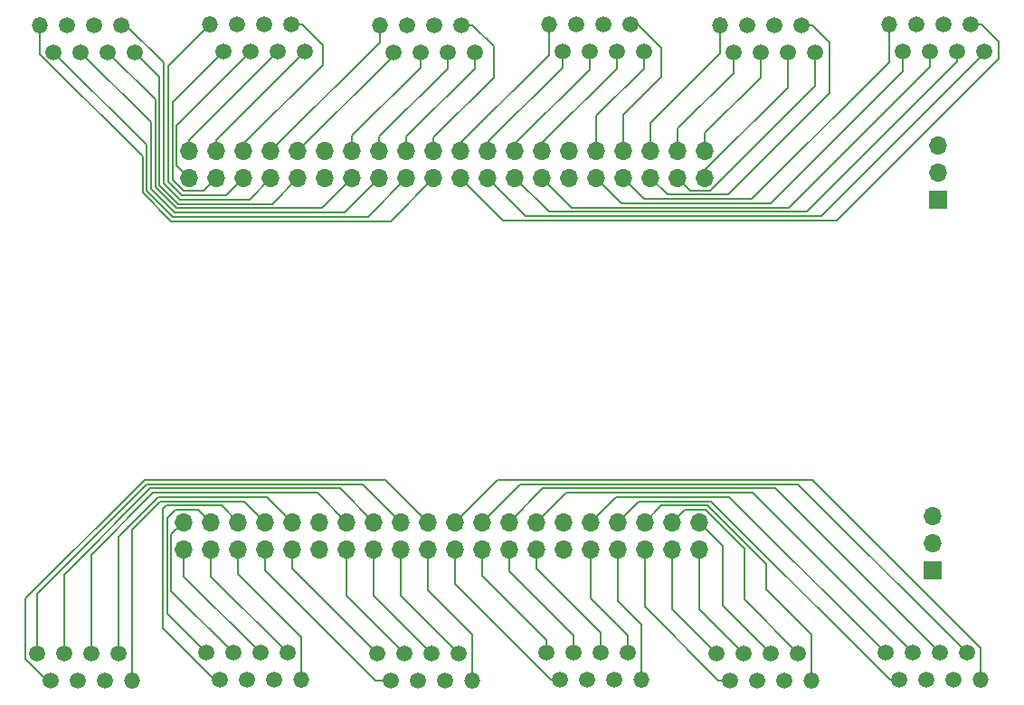
<source format=gbr>
%TF.GenerationSoftware,KiCad,Pcbnew,8.0.0*%
%TF.CreationDate,2024-05-23T14:56:36-05:00*%
%TF.ProjectId,antenna_connector,616e7465-6e6e-4615-9f63-6f6e6e656374,rev?*%
%TF.SameCoordinates,Original*%
%TF.FileFunction,Copper,L1,Top*%
%TF.FilePolarity,Positive*%
%FSLAX46Y46*%
G04 Gerber Fmt 4.6, Leading zero omitted, Abs format (unit mm)*
G04 Created by KiCad (PCBNEW 8.0.0) date 2024-05-23 14:56:36*
%MOMM*%
%LPD*%
G01*
G04 APERTURE LIST*
%TA.AperFunction,ComponentPad*%
%ADD10O,1.700000X1.700000*%
%TD*%
%TA.AperFunction,ComponentPad*%
%ADD11R,1.700000X1.700000*%
%TD*%
%TA.AperFunction,ComponentPad*%
%ADD12O,1.500000X1.500000*%
%TD*%
%TA.AperFunction,ComponentPad*%
%ADD13C,1.500000*%
%TD*%
%TA.AperFunction,Conductor*%
%ADD14C,0.200000*%
%TD*%
G04 APERTURE END LIST*
D10*
%TO.P,REF\u002A\u002A,1*%
%TO.N,d2*%
X112640000Y-117520000D03*
%TO.P,REF\u002A\u002A,2*%
%TO.N,d1*%
X112640000Y-114980000D03*
%TO.P,REF\u002A\u002A,3*%
%TO.N,clk*%
X115180000Y-117520000D03*
%TO.P,REF\u002A\u002A,4*%
%TO.N,ws*%
X115180000Y-114980000D03*
%TO.P,REF\u002A\u002A,5*%
%TO.N,d4*%
X117720000Y-117520000D03*
%TO.P,REF\u002A\u002A,6*%
%TO.N,d3*%
X117720000Y-114980000D03*
%TO.P,REF\u002A\u002A,7*%
X120260000Y-117520000D03*
%TO.P,REF\u002A\u002A,8*%
%TO.N,d4*%
X120260000Y-114980000D03*
%TO.P,REF\u002A\u002A,9*%
%TO.N,ws*%
X122800000Y-117520000D03*
%TO.P,REF\u002A\u002A,10*%
%TO.N,clk*%
X122800000Y-114980000D03*
%TO.P,REF\u002A\u002A,11*%
%TO.N,5V*%
X125340000Y-117520000D03*
%TO.P,REF\u002A\u002A,12*%
%TO.N,gnd*%
X125340000Y-114980000D03*
%TO.P,REF\u002A\u002A,13*%
%TO.N,d1*%
X127880000Y-117520000D03*
%TO.P,REF\u002A\u002A,14*%
%TO.N,d2*%
X127880000Y-114980000D03*
%TO.P,REF\u002A\u002A,15*%
X130420000Y-117520000D03*
%TO.P,REF\u002A\u002A,16*%
%TO.N,d1*%
X130420000Y-114980000D03*
%TO.P,REF\u002A\u002A,17*%
%TO.N,clk*%
X132960000Y-117520000D03*
%TO.P,REF\u002A\u002A,18*%
%TO.N,ws*%
X132960000Y-114980000D03*
%TO.P,REF\u002A\u002A,19*%
%TO.N,d4*%
X135500000Y-117520000D03*
%TO.P,REF\u002A\u002A,20*%
%TO.N,d3*%
X135500000Y-114980000D03*
%TO.P,REF\u002A\u002A,21*%
X138040000Y-117520000D03*
%TO.P,REF\u002A\u002A,22*%
%TO.N,d4*%
X138040000Y-114980000D03*
%TO.P,REF\u002A\u002A,23*%
%TO.N,ws*%
X140580000Y-117520000D03*
%TO.P,REF\u002A\u002A,24*%
%TO.N,clk*%
X140580000Y-114980000D03*
%TO.P,REF\u002A\u002A,25*%
%TO.N,d1*%
X143120000Y-117520000D03*
%TO.P,REF\u002A\u002A,26*%
%TO.N,d2*%
X143120000Y-114980000D03*
%TO.P,REF\u002A\u002A,27*%
X145660000Y-117520000D03*
%TO.P,REF\u002A\u002A,28*%
%TO.N,d1*%
X145660000Y-114980000D03*
%TO.P,REF\u002A\u002A,29*%
%TO.N,N/C*%
X148200000Y-117520000D03*
%TO.P,REF\u002A\u002A,30*%
%TO.N,gnd*%
X148200000Y-114980000D03*
%TO.P,REF\u002A\u002A,31*%
%TO.N,clk*%
X150740000Y-117520000D03*
%TO.P,REF\u002A\u002A,32*%
%TO.N,ws*%
X150740000Y-114980000D03*
%TO.P,REF\u002A\u002A,33*%
%TO.N,d4*%
X153280000Y-117520000D03*
%TO.P,REF\u002A\u002A,34*%
%TO.N,d3*%
X153280000Y-114980000D03*
%TO.P,REF\u002A\u002A,35*%
X155820000Y-117520000D03*
%TO.P,REF\u002A\u002A,36*%
%TO.N,d4*%
X155820000Y-114980000D03*
%TO.P,REF\u002A\u002A,37*%
%TO.N,ws*%
X158360000Y-117520000D03*
%TO.P,REF\u002A\u002A,38*%
%TO.N,clk*%
X158360000Y-114980000D03*
%TO.P,REF\u002A\u002A,39*%
%TO.N,d1*%
X160900000Y-117520000D03*
%TO.P,REF\u002A\u002A,40*%
%TO.N,d2*%
X160900000Y-114980000D03*
%TD*%
%TO.P,REF\u002A\u002A,1*%
%TO.N,d2*%
X113180000Y-82760000D03*
%TO.P,REF\u002A\u002A,2*%
%TO.N,d1*%
X113180000Y-80220000D03*
%TO.P,REF\u002A\u002A,3*%
%TO.N,clk*%
X115720000Y-82760000D03*
%TO.P,REF\u002A\u002A,4*%
%TO.N,ws*%
X115720000Y-80220000D03*
%TO.P,REF\u002A\u002A,5*%
%TO.N,d4*%
X118260000Y-82760000D03*
%TO.P,REF\u002A\u002A,6*%
%TO.N,d3*%
X118260000Y-80220000D03*
%TO.P,REF\u002A\u002A,7*%
X120800000Y-82760000D03*
%TO.P,REF\u002A\u002A,8*%
%TO.N,d4*%
X120800000Y-80220000D03*
%TO.P,REF\u002A\u002A,9*%
%TO.N,ws*%
X123340000Y-82760000D03*
%TO.P,REF\u002A\u002A,10*%
%TO.N,clk*%
X123340000Y-80220000D03*
%TO.P,REF\u002A\u002A,11*%
%TO.N,5V*%
X125880000Y-82760000D03*
%TO.P,REF\u002A\u002A,12*%
%TO.N,gnd*%
X125880000Y-80220000D03*
%TO.P,REF\u002A\u002A,13*%
%TO.N,d1*%
X128420000Y-82760000D03*
%TO.P,REF\u002A\u002A,14*%
%TO.N,d2*%
X128420000Y-80220000D03*
%TO.P,REF\u002A\u002A,15*%
X130960000Y-82760000D03*
%TO.P,REF\u002A\u002A,16*%
%TO.N,d1*%
X130960000Y-80220000D03*
%TO.P,REF\u002A\u002A,17*%
%TO.N,clk*%
X133500000Y-82760000D03*
%TO.P,REF\u002A\u002A,18*%
%TO.N,ws*%
X133500000Y-80220000D03*
%TO.P,REF\u002A\u002A,19*%
%TO.N,d4*%
X136040000Y-82760000D03*
%TO.P,REF\u002A\u002A,20*%
%TO.N,d3*%
X136040000Y-80220000D03*
%TO.P,REF\u002A\u002A,21*%
X138580000Y-82760000D03*
%TO.P,REF\u002A\u002A,22*%
%TO.N,d4*%
X138580000Y-80220000D03*
%TO.P,REF\u002A\u002A,23*%
%TO.N,ws*%
X141120000Y-82760000D03*
%TO.P,REF\u002A\u002A,24*%
%TO.N,clk*%
X141120000Y-80220000D03*
%TO.P,REF\u002A\u002A,25*%
%TO.N,d1*%
X143660000Y-82760000D03*
%TO.P,REF\u002A\u002A,26*%
%TO.N,d2*%
X143660000Y-80220000D03*
%TO.P,REF\u002A\u002A,27*%
X146200000Y-82760000D03*
%TO.P,REF\u002A\u002A,28*%
%TO.N,d1*%
X146200000Y-80220000D03*
%TO.P,REF\u002A\u002A,29*%
%TO.N,N/C*%
X148740000Y-82760000D03*
%TO.P,REF\u002A\u002A,30*%
%TO.N,gnd*%
X148740000Y-80220000D03*
%TO.P,REF\u002A\u002A,31*%
%TO.N,clk*%
X151280000Y-82760000D03*
%TO.P,REF\u002A\u002A,32*%
%TO.N,ws*%
X151280000Y-80220000D03*
%TO.P,REF\u002A\u002A,33*%
%TO.N,d4*%
X153820000Y-82760000D03*
%TO.P,REF\u002A\u002A,34*%
%TO.N,d3*%
X153820000Y-80220000D03*
%TO.P,REF\u002A\u002A,35*%
X156360000Y-82760000D03*
%TO.P,REF\u002A\u002A,36*%
%TO.N,d4*%
X156360000Y-80220000D03*
%TO.P,REF\u002A\u002A,37*%
%TO.N,ws*%
X158900000Y-82760000D03*
%TO.P,REF\u002A\u002A,38*%
%TO.N,clk*%
X158900000Y-80220000D03*
%TO.P,REF\u002A\u002A,39*%
%TO.N,d1*%
X161440000Y-82760000D03*
%TO.P,REF\u002A\u002A,40*%
%TO.N,d2*%
X161440000Y-80220000D03*
%TD*%
D11*
%TO.P,REF\u002A\u002A,1*%
%TO.N,gnd*%
X182728494Y-119510000D03*
D10*
%TO.P,REF\u002A\u002A,2*%
%TO.N,pwr*%
X182728494Y-116970000D03*
%TO.P,REF\u002A\u002A,3*%
%TO.N,5V*%
X182728494Y-114430000D03*
%TD*%
D11*
%TO.P,REF\u002A\u002A,1*%
%TO.N,gnd*%
X183268494Y-84750000D03*
D10*
%TO.P,REF\u002A\u002A,2*%
%TO.N,pwr*%
X183268494Y-82210000D03*
%TO.P,REF\u002A\u002A,3*%
%TO.N,5V*%
X183268494Y-79670000D03*
%TD*%
D12*
%TO.P,REF\u002A\u002A,1*%
%TO.N,d4*%
X178660000Y-68390000D03*
D13*
%TO.P,REF\u002A\u002A,2*%
%TO.N,clk*%
X179930000Y-70930000D03*
%TO.P,REF\u002A\u002A,3*%
%TO.N,gnd*%
X181200000Y-68390000D03*
%TO.P,REF\u002A\u002A,4*%
%TO.N,d2*%
X182470000Y-70930000D03*
%TO.P,REF\u002A\u002A,5*%
%TO.N,pwr*%
X183740000Y-68390000D03*
%TO.P,REF\u002A\u002A,6*%
%TO.N,d1*%
X185010000Y-70930000D03*
%TO.P,REF\u002A\u002A,7*%
%TO.N,d3*%
X186280000Y-68390000D03*
%TO.P,REF\u002A\u002A,8*%
%TO.N,ws*%
X187550000Y-70930000D03*
%TD*%
D12*
%TO.P,REF\u002A\u002A,1*%
%TO.N,d4*%
X187215000Y-129765000D03*
D13*
%TO.P,REF\u002A\u002A,2*%
%TO.N,clk*%
X185945000Y-127225000D03*
%TO.P,REF\u002A\u002A,3*%
%TO.N,gnd*%
X184675000Y-129765000D03*
%TO.P,REF\u002A\u002A,4*%
%TO.N,d2*%
X183405000Y-127225000D03*
%TO.P,REF\u002A\u002A,5*%
%TO.N,pwr*%
X182135000Y-129765000D03*
%TO.P,REF\u002A\u002A,6*%
%TO.N,d1*%
X180865000Y-127225000D03*
%TO.P,REF\u002A\u002A,7*%
%TO.N,d3*%
X179595000Y-129765000D03*
%TO.P,REF\u002A\u002A,8*%
%TO.N,ws*%
X178325000Y-127225000D03*
%TD*%
D12*
%TO.P,REF\u002A\u002A,1*%
%TO.N,d4*%
X99215000Y-68415000D03*
D13*
%TO.P,REF\u002A\u002A,2*%
%TO.N,clk*%
X100485000Y-70955000D03*
%TO.P,REF\u002A\u002A,3*%
%TO.N,gnd*%
X101755000Y-68415000D03*
%TO.P,REF\u002A\u002A,4*%
%TO.N,d2*%
X103025000Y-70955000D03*
%TO.P,REF\u002A\u002A,5*%
%TO.N,pwr*%
X104295000Y-68415000D03*
%TO.P,REF\u002A\u002A,6*%
%TO.N,d1*%
X105565000Y-70955000D03*
%TO.P,REF\u002A\u002A,7*%
%TO.N,d3*%
X106835000Y-68415000D03*
%TO.P,REF\u002A\u002A,8*%
%TO.N,ws*%
X108105000Y-70955000D03*
%TD*%
D12*
%TO.P,REF\u002A\u002A,1*%
%TO.N,d4*%
X162815000Y-68415000D03*
D13*
%TO.P,REF\u002A\u002A,2*%
%TO.N,clk*%
X164085000Y-70955000D03*
%TO.P,REF\u002A\u002A,3*%
%TO.N,gnd*%
X165355000Y-68415000D03*
%TO.P,REF\u002A\u002A,4*%
%TO.N,d2*%
X166625000Y-70955000D03*
%TO.P,REF\u002A\u002A,5*%
%TO.N,pwr*%
X167895000Y-68415000D03*
%TO.P,REF\u002A\u002A,6*%
%TO.N,d1*%
X169165000Y-70955000D03*
%TO.P,REF\u002A\u002A,7*%
%TO.N,d3*%
X170435000Y-68415000D03*
%TO.P,REF\u002A\u002A,8*%
%TO.N,ws*%
X171705000Y-70955000D03*
%TD*%
D12*
%TO.P,REF\u002A\u002A,1*%
%TO.N,d4*%
X115060000Y-68390000D03*
D13*
%TO.P,REF\u002A\u002A,2*%
%TO.N,clk*%
X116330000Y-70930000D03*
%TO.P,REF\u002A\u002A,3*%
%TO.N,gnd*%
X117600000Y-68390000D03*
%TO.P,REF\u002A\u002A,4*%
%TO.N,d2*%
X118870000Y-70930000D03*
%TO.P,REF\u002A\u002A,5*%
%TO.N,pwr*%
X120140000Y-68390000D03*
%TO.P,REF\u002A\u002A,6*%
%TO.N,d1*%
X121410000Y-70930000D03*
%TO.P,REF\u002A\u002A,7*%
%TO.N,d3*%
X122680000Y-68390000D03*
%TO.P,REF\u002A\u002A,8*%
%TO.N,ws*%
X123950000Y-70930000D03*
%TD*%
D12*
%TO.P,REF\u002A\u002A,1*%
%TO.N,d4*%
X171370000Y-129790000D03*
D13*
%TO.P,REF\u002A\u002A,2*%
%TO.N,clk*%
X170100000Y-127250000D03*
%TO.P,REF\u002A\u002A,3*%
%TO.N,gnd*%
X168830000Y-129790000D03*
%TO.P,REF\u002A\u002A,4*%
%TO.N,d2*%
X167560000Y-127250000D03*
%TO.P,REF\u002A\u002A,5*%
%TO.N,pwr*%
X166290000Y-129790000D03*
%TO.P,REF\u002A\u002A,6*%
%TO.N,d1*%
X165020000Y-127250000D03*
%TO.P,REF\u002A\u002A,7*%
%TO.N,d3*%
X163750000Y-129790000D03*
%TO.P,REF\u002A\u002A,8*%
%TO.N,ws*%
X162480000Y-127250000D03*
%TD*%
D12*
%TO.P,REF\u002A\u002A,1*%
%TO.N,d4*%
X146815000Y-68390000D03*
D13*
%TO.P,REF\u002A\u002A,2*%
%TO.N,clk*%
X148085000Y-70930000D03*
%TO.P,REF\u002A\u002A,3*%
%TO.N,gnd*%
X149355000Y-68390000D03*
%TO.P,REF\u002A\u002A,4*%
%TO.N,d2*%
X150625000Y-70930000D03*
%TO.P,REF\u002A\u002A,5*%
%TO.N,pwr*%
X151895000Y-68390000D03*
%TO.P,REF\u002A\u002A,6*%
%TO.N,d1*%
X153165000Y-70930000D03*
%TO.P,REF\u002A\u002A,7*%
%TO.N,d3*%
X154435000Y-68390000D03*
%TO.P,REF\u002A\u002A,8*%
%TO.N,ws*%
X155705000Y-70930000D03*
%TD*%
D12*
%TO.P,REF\u002A\u002A,1*%
%TO.N,d4*%
X123615000Y-129765000D03*
D13*
%TO.P,REF\u002A\u002A,2*%
%TO.N,clk*%
X122345000Y-127225000D03*
%TO.P,REF\u002A\u002A,3*%
%TO.N,gnd*%
X121075000Y-129765000D03*
%TO.P,REF\u002A\u002A,4*%
%TO.N,d2*%
X119805000Y-127225000D03*
%TO.P,REF\u002A\u002A,5*%
%TO.N,pwr*%
X118535000Y-129765000D03*
%TO.P,REF\u002A\u002A,6*%
%TO.N,d1*%
X117265000Y-127225000D03*
%TO.P,REF\u002A\u002A,7*%
%TO.N,d3*%
X115995000Y-129765000D03*
%TO.P,REF\u002A\u002A,8*%
%TO.N,ws*%
X114725000Y-127225000D03*
%TD*%
D12*
%TO.P,REF\u002A\u002A,1*%
%TO.N,d4*%
X155460000Y-129765000D03*
D13*
%TO.P,REF\u002A\u002A,2*%
%TO.N,clk*%
X154190000Y-127225000D03*
%TO.P,REF\u002A\u002A,3*%
%TO.N,gnd*%
X152920000Y-129765000D03*
%TO.P,REF\u002A\u002A,4*%
%TO.N,d2*%
X151650000Y-127225000D03*
%TO.P,REF\u002A\u002A,5*%
%TO.N,pwr*%
X150380000Y-129765000D03*
%TO.P,REF\u002A\u002A,6*%
%TO.N,d1*%
X149110000Y-127225000D03*
%TO.P,REF\u002A\u002A,7*%
%TO.N,d3*%
X147840000Y-129765000D03*
%TO.P,REF\u002A\u002A,8*%
%TO.N,ws*%
X146570000Y-127225000D03*
%TD*%
D12*
%TO.P,REF\u002A\u002A,1*%
%TO.N,d4*%
X107770000Y-129790000D03*
D13*
%TO.P,REF\u002A\u002A,2*%
%TO.N,clk*%
X106500000Y-127250000D03*
%TO.P,REF\u002A\u002A,3*%
%TO.N,gnd*%
X105230000Y-129790000D03*
%TO.P,REF\u002A\u002A,4*%
%TO.N,d2*%
X103960000Y-127250000D03*
%TO.P,REF\u002A\u002A,5*%
%TO.N,pwr*%
X102690000Y-129790000D03*
%TO.P,REF\u002A\u002A,6*%
%TO.N,d1*%
X101420000Y-127250000D03*
%TO.P,REF\u002A\u002A,7*%
%TO.N,d3*%
X100150000Y-129790000D03*
%TO.P,REF\u002A\u002A,8*%
%TO.N,ws*%
X98880000Y-127250000D03*
%TD*%
D12*
%TO.P,REF\u002A\u002A,1*%
%TO.N,d4*%
X139615000Y-129790000D03*
D13*
%TO.P,REF\u002A\u002A,2*%
%TO.N,clk*%
X138345000Y-127250000D03*
%TO.P,REF\u002A\u002A,3*%
%TO.N,gnd*%
X137075000Y-129790000D03*
%TO.P,REF\u002A\u002A,4*%
%TO.N,d2*%
X135805000Y-127250000D03*
%TO.P,REF\u002A\u002A,5*%
%TO.N,pwr*%
X134535000Y-129790000D03*
%TO.P,REF\u002A\u002A,6*%
%TO.N,d1*%
X133265000Y-127250000D03*
%TO.P,REF\u002A\u002A,7*%
%TO.N,d3*%
X131995000Y-129790000D03*
%TO.P,REF\u002A\u002A,8*%
%TO.N,ws*%
X130725000Y-127250000D03*
%TD*%
D12*
%TO.P,REF\u002A\u002A,1*%
%TO.N,d4*%
X130970000Y-68415000D03*
D13*
%TO.P,REF\u002A\u002A,2*%
%TO.N,clk*%
X132240000Y-70955000D03*
%TO.P,REF\u002A\u002A,3*%
%TO.N,gnd*%
X133510000Y-68415000D03*
%TO.P,REF\u002A\u002A,4*%
%TO.N,d2*%
X134780000Y-70955000D03*
%TO.P,REF\u002A\u002A,5*%
%TO.N,pwr*%
X136050000Y-68415000D03*
%TO.P,REF\u002A\u002A,6*%
%TO.N,d1*%
X137320000Y-70955000D03*
%TO.P,REF\u002A\u002A,7*%
%TO.N,d3*%
X138590000Y-68415000D03*
%TO.P,REF\u002A\u002A,8*%
%TO.N,ws*%
X139860000Y-70955000D03*
%TD*%
D14*
%TO.N,d1*%
X109990000Y-75380000D02*
X109990000Y-83602744D01*
X146200000Y-79490000D02*
X146200000Y-80220000D01*
X121410000Y-70930000D02*
X113180000Y-79160000D01*
X161440000Y-81970000D02*
X169165000Y-74245000D01*
X165870000Y-112230000D02*
X180865000Y-127225000D01*
X170940000Y-85910000D02*
X146810000Y-85910000D01*
X146810000Y-85910000D02*
X143660000Y-82760000D01*
X127270000Y-111830000D02*
X109490000Y-111830000D01*
X111967258Y-85580000D02*
X125600000Y-85580000D01*
X149110000Y-125580000D02*
X149110000Y-127225000D01*
X127880000Y-121865000D02*
X133265000Y-127250000D01*
X153165000Y-72525000D02*
X146200000Y-79490000D01*
X127880000Y-117520000D02*
X127880000Y-121865000D01*
X101420000Y-119900000D02*
X101420000Y-127250000D01*
X111490000Y-121450000D02*
X117265000Y-127225000D01*
X111490000Y-116130000D02*
X111490000Y-121450000D01*
X153165000Y-70930000D02*
X153165000Y-72525000D01*
X130960000Y-80220000D02*
X130960000Y-78840000D01*
X113180000Y-79160000D02*
X113180000Y-80220000D01*
X130420000Y-114980000D02*
X127270000Y-111830000D01*
X105565000Y-70955000D02*
X109990000Y-75380000D01*
X112640000Y-114980000D02*
X111490000Y-116130000D01*
X185010000Y-71840000D02*
X170940000Y-85910000D01*
X160900000Y-117520000D02*
X160900000Y-123130000D01*
X109990000Y-83602744D02*
X111967258Y-85580000D01*
X137320000Y-72480000D02*
X137320000Y-70955000D01*
X143120000Y-119590000D02*
X149110000Y-125580000D01*
X145660000Y-114980000D02*
X148410000Y-112230000D01*
X125600000Y-85580000D02*
X128420000Y-82760000D01*
X161440000Y-82760000D02*
X161440000Y-81970000D01*
X185010000Y-70930000D02*
X185010000Y-71840000D01*
X160900000Y-123130000D02*
X165020000Y-127250000D01*
X169165000Y-74245000D02*
X169165000Y-70955000D01*
X148410000Y-112230000D02*
X165870000Y-112230000D01*
X143120000Y-117520000D02*
X143120000Y-119590000D01*
X109490000Y-111830000D02*
X101420000Y-119900000D01*
X130960000Y-78840000D02*
X137320000Y-72480000D01*
%TO.N,ws*%
X172350000Y-86310000D02*
X144670000Y-86310000D01*
X158900000Y-82760000D02*
X160050000Y-83910000D01*
X132960000Y-114980000D02*
X129410000Y-111430000D01*
X187550000Y-71110000D02*
X172350000Y-86310000D01*
X111090000Y-123590000D02*
X114725000Y-127225000D01*
X146570000Y-126030000D02*
X146570000Y-127225000D01*
X140580000Y-120040000D02*
X146570000Y-126030000D01*
X155705000Y-72525000D02*
X155705000Y-70930000D01*
X115180000Y-114980000D02*
X114030000Y-113830000D01*
X112132943Y-85180000D02*
X120920000Y-85180000D01*
X122800000Y-117520000D02*
X122800000Y-119325000D01*
X140580000Y-117520000D02*
X140580000Y-120040000D01*
X153090000Y-112630000D02*
X163730000Y-112630000D01*
X158340000Y-117540000D02*
X158340000Y-123110000D01*
X139860000Y-72510000D02*
X139860000Y-70955000D01*
X122800000Y-119325000D02*
X130725000Y-127250000D01*
X108105000Y-70955000D02*
X110390000Y-73240000D01*
X151280000Y-80220000D02*
X151280000Y-76950000D01*
X133500000Y-80220000D02*
X133500000Y-78870000D01*
X158360000Y-117520000D02*
X158340000Y-117540000D01*
X187550000Y-70930000D02*
X187550000Y-71110000D01*
X158340000Y-123110000D02*
X162480000Y-127250000D01*
X171705000Y-74121346D02*
X171705000Y-70955000D01*
X115720000Y-79160000D02*
X115720000Y-80220000D01*
X160050000Y-83910000D02*
X161916346Y-83910000D01*
X150740000Y-114980000D02*
X153090000Y-112630000D01*
X161916346Y-83910000D02*
X171705000Y-74121346D01*
X123950000Y-70930000D02*
X115720000Y-79160000D01*
X111090000Y-114610000D02*
X111090000Y-123590000D01*
X120920000Y-85180000D02*
X123340000Y-82760000D01*
X133500000Y-78870000D02*
X139860000Y-72510000D01*
X163730000Y-112630000D02*
X178325000Y-127225000D01*
X129410000Y-111430000D02*
X109130000Y-111430000D01*
X110390000Y-83437058D02*
X112132943Y-85180000D01*
X110390000Y-73240000D02*
X110390000Y-83437058D01*
X109130000Y-111430000D02*
X98880000Y-121680000D01*
X98880000Y-121680000D02*
X98880000Y-127250000D01*
X151280000Y-76950000D02*
X155705000Y-72525000D01*
X114030000Y-113830000D02*
X111870000Y-113830000D01*
X144670000Y-86310000D02*
X141120000Y-82760000D01*
X111870000Y-113830000D02*
X111090000Y-114610000D01*
%TO.N,d2*%
X168010000Y-111830000D02*
X183405000Y-127225000D01*
X145660000Y-119320000D02*
X151650000Y-125310000D01*
X103960000Y-118040000D02*
X103960000Y-127250000D01*
X169280000Y-85510000D02*
X148950000Y-85510000D01*
X151650000Y-125310000D02*
X151650000Y-127225000D01*
X128420000Y-78760000D02*
X134780000Y-72400000D01*
X125130000Y-112230000D02*
X109770000Y-112230000D01*
X134780000Y-72400000D02*
X134780000Y-70955000D01*
X160900000Y-114980000D02*
X160900000Y-115040000D01*
X160900000Y-115040000D02*
X163080000Y-117220000D01*
X163080000Y-117220000D02*
X163080000Y-122770000D01*
X118870000Y-70930000D02*
X111990000Y-77810000D01*
X148950000Y-85510000D02*
X146200000Y-82760000D01*
X143660000Y-79570000D02*
X143660000Y-80220000D01*
X161440000Y-80220000D02*
X161440000Y-78530000D01*
X163080000Y-122770000D02*
X167560000Y-127250000D01*
X109770000Y-112230000D02*
X103960000Y-118040000D01*
X109590000Y-83768430D02*
X111801573Y-85980000D01*
X182470000Y-72320000D02*
X169280000Y-85510000D01*
X146270000Y-111830000D02*
X168010000Y-111830000D01*
X150625000Y-72605000D02*
X143660000Y-79570000D01*
X145660000Y-117520000D02*
X145660000Y-119320000D01*
X150625000Y-70930000D02*
X150625000Y-72605000D01*
X127880000Y-114980000D02*
X125130000Y-112230000D01*
X130420000Y-121865000D02*
X135805000Y-127250000D01*
X112640000Y-117520000D02*
X112640000Y-120060000D01*
X143120000Y-114980000D02*
X146270000Y-111830000D01*
X111990000Y-77810000D02*
X111990000Y-81570000D01*
X111990000Y-81570000D02*
X113180000Y-82760000D01*
X182470000Y-70930000D02*
X182470000Y-72320000D01*
X103025000Y-70955000D02*
X109590000Y-77520000D01*
X128420000Y-80220000D02*
X128420000Y-78760000D01*
X130420000Y-117520000D02*
X130420000Y-121865000D01*
X109590000Y-77520000D02*
X109590000Y-83768430D01*
X166625000Y-73345000D02*
X166625000Y-70955000D01*
X111801573Y-85980000D02*
X127740000Y-85980000D01*
X127740000Y-85980000D02*
X130960000Y-82760000D01*
X112640000Y-120060000D02*
X119805000Y-127225000D01*
X161440000Y-78530000D02*
X166625000Y-73345000D01*
%TO.N,d4*%
X139610000Y-129785000D02*
X139615000Y-129790000D01*
X99215000Y-71169925D02*
X108790000Y-80744925D01*
X111470203Y-86780000D02*
X132020000Y-86780000D01*
X111190000Y-83105686D02*
X112464314Y-84380000D01*
X155770000Y-84710000D02*
X165840000Y-84710000D01*
X139610000Y-125500000D02*
X139610000Y-129785000D01*
X123615000Y-125735000D02*
X123615000Y-129765000D01*
X156360000Y-80220000D02*
X156360000Y-77560000D01*
X171450000Y-111030000D02*
X187215000Y-126795000D01*
X116640000Y-84380000D02*
X118260000Y-82760000D01*
X138040000Y-114980000D02*
X141990000Y-111030000D01*
X155820000Y-114980000D02*
X157370000Y-113430000D01*
X156360000Y-77560000D02*
X162815000Y-71105000D01*
X135500000Y-117520000D02*
X135500000Y-121390000D01*
X153280000Y-117520000D02*
X153280000Y-122400000D01*
X155460000Y-124580000D02*
X155460000Y-129765000D01*
X141990000Y-111030000D02*
X171450000Y-111030000D01*
X157370000Y-113430000D02*
X161645686Y-113430000D01*
X111190000Y-72260000D02*
X111190000Y-83105686D01*
X108790000Y-80744925D02*
X108790000Y-84099798D01*
X161645686Y-113430000D02*
X167140000Y-118924314D01*
X178660000Y-71890000D02*
X178660000Y-68390000D01*
X146815000Y-71245000D02*
X138580000Y-79480000D01*
X130970000Y-70050000D02*
X130970000Y-68415000D01*
X153280000Y-122400000D02*
X155460000Y-124580000D01*
X132020000Y-86780000D02*
X136040000Y-82760000D01*
X162815000Y-71105000D02*
X162815000Y-68415000D01*
X135500000Y-121390000D02*
X139610000Y-125500000D01*
X165840000Y-84710000D02*
X178660000Y-71890000D01*
X171370000Y-125480000D02*
X171370000Y-129790000D01*
X118310000Y-113030000D02*
X110460000Y-113030000D01*
X110460000Y-113030000D02*
X107770000Y-115720000D01*
X120800000Y-80220000D02*
X130970000Y-70050000D01*
X167140000Y-121250000D02*
X171370000Y-125480000D01*
X120260000Y-114980000D02*
X118310000Y-113030000D01*
X117720000Y-117520000D02*
X117720000Y-119840000D01*
X112464314Y-84380000D02*
X116640000Y-84380000D01*
X115060000Y-68390000D02*
X111190000Y-72260000D01*
X146815000Y-68390000D02*
X146815000Y-71245000D01*
X117720000Y-119840000D02*
X123615000Y-125735000D01*
X187215000Y-126795000D02*
X187215000Y-129765000D01*
X138580000Y-79480000D02*
X138580000Y-80220000D01*
X153820000Y-82760000D02*
X155770000Y-84710000D01*
X108790000Y-84099798D02*
X111470203Y-86780000D01*
X107770000Y-115720000D02*
X107770000Y-129790000D01*
X99215000Y-68415000D02*
X99215000Y-71169925D01*
X167140000Y-118924314D02*
X167140000Y-121250000D01*
%TO.N,clk*%
X109190000Y-79660000D02*
X109190000Y-83934112D01*
X109190000Y-83934112D02*
X111635888Y-86380000D01*
X100485000Y-70955000D02*
X109190000Y-79660000D01*
X158900000Y-80220000D02*
X158900000Y-78100000D01*
X123340000Y-80220000D02*
X132240000Y-71320000D01*
X165090000Y-117440000D02*
X165090000Y-122240000D01*
X122800000Y-114980000D02*
X120450000Y-112630000D01*
X150740000Y-117520000D02*
X150740000Y-122130000D01*
X140580000Y-114980000D02*
X144130000Y-111430000D01*
X120450000Y-112630000D02*
X110230000Y-112630000D01*
X115180000Y-117520000D02*
X115180000Y-120060000D01*
X153630000Y-85110000D02*
X167570000Y-85110000D01*
X150740000Y-122130000D02*
X154190000Y-125580000D01*
X132960000Y-121865000D02*
X138345000Y-127250000D01*
X111590000Y-82940000D02*
X111590000Y-75670000D01*
X111590000Y-75670000D02*
X116330000Y-70930000D01*
X110230000Y-112630000D02*
X106500000Y-116360000D01*
X141120000Y-79387500D02*
X141120000Y-80220000D01*
X164085000Y-72915000D02*
X164085000Y-70955000D01*
X132240000Y-71320000D02*
X132240000Y-70955000D01*
X167570000Y-85110000D02*
X179930000Y-72750000D01*
X170150000Y-111430000D02*
X185945000Y-127225000D01*
X151280000Y-82760000D02*
X153630000Y-85110000D01*
X148085000Y-72422500D02*
X141120000Y-79387500D01*
X112630000Y-83980000D02*
X111590000Y-82940000D01*
X111635888Y-86380000D02*
X129880000Y-86380000D01*
X154190000Y-125580000D02*
X154190000Y-127225000D01*
X129880000Y-86380000D02*
X133500000Y-82760000D01*
X115180000Y-120060000D02*
X122345000Y-127225000D01*
X144130000Y-111430000D02*
X170150000Y-111430000D01*
X165090000Y-122240000D02*
X170100000Y-127250000D01*
X115720000Y-82760000D02*
X114500000Y-83980000D01*
X148085000Y-70930000D02*
X148085000Y-72422500D01*
X106500000Y-116360000D02*
X106500000Y-127250000D01*
X179930000Y-72750000D02*
X179930000Y-70930000D01*
X159510000Y-113830000D02*
X161480000Y-113830000D01*
X132960000Y-117520000D02*
X132960000Y-121865000D01*
X158360000Y-114980000D02*
X159510000Y-113830000D01*
X114500000Y-83980000D02*
X112630000Y-83980000D01*
X161480000Y-113830000D02*
X165090000Y-117440000D01*
X158900000Y-78100000D02*
X164085000Y-72915000D01*
%TO.N,d3*%
X125640000Y-70289340D02*
X125640000Y-72180000D01*
X118780000Y-84780000D02*
X120800000Y-82760000D01*
X173110000Y-70029340D02*
X171495660Y-68415000D01*
X155230000Y-113030000D02*
X162000000Y-113030000D01*
X142530000Y-86710000D02*
X138580000Y-82760000D01*
X110790000Y-83271372D02*
X112298628Y-84780000D01*
X99840000Y-129790000D02*
X100150000Y-129790000D01*
X156360000Y-82760000D02*
X157910000Y-84310000D01*
X117720000Y-114980000D02*
X116170000Y-113430000D01*
X97830000Y-127780000D02*
X99840000Y-129790000D01*
X163610000Y-84310000D02*
X173110000Y-74810000D01*
X153820000Y-80220000D02*
X153820000Y-76800000D01*
X157350000Y-70590000D02*
X155150000Y-68390000D01*
X155820000Y-122920660D02*
X162689340Y-129790000D01*
X131550000Y-111030000D02*
X108964314Y-111030000D01*
X116170000Y-113430000D02*
X111030000Y-113430000D01*
X157350000Y-73270000D02*
X157350000Y-70590000D01*
X118260000Y-79560000D02*
X118260000Y-80220000D01*
X186280000Y-68390000D02*
X187340660Y-68390000D01*
X110790000Y-71950000D02*
X110790000Y-83271372D01*
X120260000Y-119470000D02*
X130580000Y-129790000D01*
X122680000Y-68390000D02*
X123740660Y-68390000D01*
X157910000Y-84310000D02*
X163610000Y-84310000D01*
X171495660Y-68415000D02*
X170435000Y-68415000D01*
X153280000Y-114980000D02*
X155230000Y-113030000D01*
X136040000Y-78940000D02*
X136040000Y-80220000D01*
X187340660Y-68390000D02*
X188900000Y-69949340D01*
X162689340Y-129790000D02*
X163750000Y-129790000D01*
X135500000Y-114980000D02*
X131550000Y-111030000D01*
X110690000Y-124920000D02*
X115535000Y-129765000D01*
X111030000Y-113430000D02*
X110690000Y-113770000D01*
X139650660Y-68415000D02*
X141650000Y-70414340D01*
X147035000Y-129765000D02*
X147840000Y-129765000D01*
X153820000Y-76800000D02*
X157350000Y-73270000D01*
X115535000Y-129765000D02*
X115995000Y-129765000D01*
X108964314Y-111030000D02*
X97830000Y-122164314D01*
X141650000Y-70414340D02*
X141650000Y-73330000D01*
X188900000Y-69949340D02*
X188900000Y-71580000D01*
X120260000Y-117520000D02*
X120260000Y-119470000D01*
X138040000Y-117520000D02*
X138040000Y-120770000D01*
X106835000Y-68415000D02*
X107255000Y-68415000D01*
X112298628Y-84780000D02*
X118780000Y-84780000D01*
X107255000Y-68415000D02*
X110790000Y-71950000D01*
X155150000Y-68390000D02*
X154435000Y-68390000D01*
X173770000Y-86710000D02*
X142530000Y-86710000D01*
X97830000Y-122164314D02*
X97830000Y-127780000D01*
X173110000Y-74810000D02*
X173110000Y-70029340D01*
X178735000Y-129765000D02*
X179595000Y-129765000D01*
X123740660Y-68390000D02*
X125640000Y-70289340D01*
X138590000Y-68415000D02*
X139650660Y-68415000D01*
X138040000Y-120770000D02*
X147035000Y-129765000D01*
X188900000Y-71580000D02*
X173770000Y-86710000D01*
X130580000Y-129790000D02*
X131995000Y-129790000D01*
X162000000Y-113030000D02*
X178735000Y-129765000D01*
X125640000Y-72180000D02*
X118260000Y-79560000D01*
X110690000Y-113770000D02*
X110690000Y-124920000D01*
X155820000Y-117520000D02*
X155820000Y-122920660D01*
X141650000Y-73330000D02*
X136040000Y-78940000D01*
%TD*%
M02*

</source>
